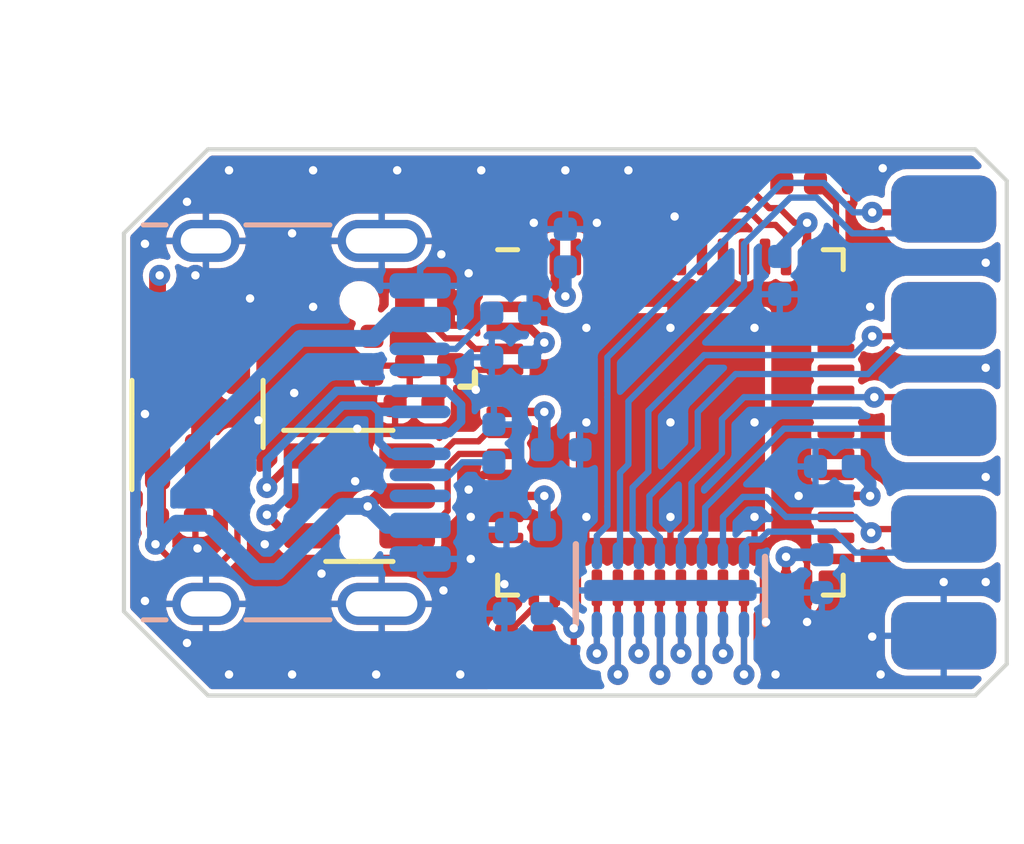
<source format=kicad_pcb>
(kicad_pcb (version 20211014) (generator pcbnew)
  (layers (0 "F.Cu" signal) (1 "In1.Cu" signal) (2 "In2.Cu" signal) (31 "B.Cu" signal) (34 "B.Paste" user) (35 "F.Paste" user) (36 "B.SilkS" user "B.Silkscreen") (37 "F.SilkS" user "F.Silkscreen") (38 "B.Mask" user) (39 "F.Mask" user) (44 "Edge.Cuts" user))
  (net 0 "")
  (net 1 "/XIN")
  (net 2 "GND")
  (net 3 "/XOUT")
  (net 4 "/RST")
  (net 5 "+3V3")
  (net 6 "+5V")
  (net 7 "/D_P")
  (net 9 "/D_N")
  (net 11 "/PB3_OUT")
  (net 12 "/PB7_OUT")
  (net 13 "/PB5_OUT")
  (net 14 "/PB4_OUT")
  (net 16 "/PB0_OUT")
  (net 17 "/PB6_OUT")
  (net 18 "/PB2_OUT")
  (net 19 "/PB1_OUT")
  (net 20 "/WAKEUP")
  (net 21 "/SCL")
  (net 22 "/SDA")
  (net 26 "/PB0")
  (net 27 "/PB1")
  (net 28 "/PB2")
  (net 29 "/PB3")
  (net 30 "/PB4")
  (net 31 "/PB5")
  (net 32 "/PB6")
  (net 33 "/PB7")
  (net 55 "/CC1")
  (net 56 "/CC2")
  (net 57 "/DP_P")
  (net 58 "/DP_N")
  (footprint "Package_TO_SOT_SMD:SOT-23-6" (layer "F.Cu") (at 117.6 118.25)
    (fp_text reference "U4" hide)
    (fp_text value "USBLC6-2SC6")
  )
  (footprint "passive:R_0402" (layer "F.Cu") (at 125.5 110.8)
    (fp_text reference "R1" hide)
    (fp_text value "5.1k")
  )
  (footprint "connectors:2x5_2.54mm_side" (layer "F.Cu") (at 131.5 116.5 -90)
    (fp_text reference "J2" hide)
    (fp_text value "Conn_02x05_Counter_Clockwise")
  )
  (footprint "passive:C_0402" (layer "F.Cu") (at 113.25 118.8)
    (fp_text reference "C8" hide)
    (fp_text value "4.7u")
  )
  (footprint "Package_TO_SOT_SMD:SOT-23-5" (layer "F.Cu") (at 113.75 116.3 90)
    (fp_text reference "U3" hide)
    (fp_text value "MIC5504-3.3YM5")
  )
  (footprint "passive:C_0402" (layer "F.Cu") (at 113.25 113.8)
    (fp_text reference "C13" hide)
    (fp_text value "4.7u")
  )
  (footprint "passive:R_0402" (layer "F.Cu") (at 122 122 -90)
    (fp_text reference "R3" hide)
    (fp_text value "5.1k")
  )
  (footprint "passive:C_0402" (layer "F.Cu") (at 117.9 114.9 90)
    (fp_text reference "C1" hide)
    (fp_text value "~")
  )
  (footprint "passive:C_0402" (layer "F.Cu") (at 118.9 116.1)
    (fp_text reference "C2" hide)
    (fp_text value "~")
  )
  (footprint "passive:R_0402" (layer "F.Cu") (at 121.1 122 -90)
    (fp_text reference "R2" hide)
    (fp_text value "5.1k")
  )
  (footprint "crystals:Crystal_4Pin_2.0x1.6mm" (layer "F.Cu") (at 119.3 114.4 90)
    (fp_text reference "Y1" hide)
    (fp_text value "24 MHz")
  )
  (footprint "Package_DFN_QFN:QFN-56-1EP_8x8mm_P0.5mm_EP4.5x5.2mm" (layer "F.Cu") (at 125 116.5)
    (fp_text reference "U1" hide)
    (fp_text value "CY7C68013A-56LTX")
  )
  (footprint "passive:C_0402" (layer "F.Cu") (at 128.9 110.8)
    (fp_text reference "C3" hide)
    (fp_text value "0.1u")
  )
  (footprint "passive:R_0402" (layer "F.Cu") (at 127.2 110.8 180)
    (fp_text reference "R4" hide)
    (fp_text value "5.1k")
  )
  (footprint "dfn:DFN-16-1EP_1.6x4mm_P0.5mm" (layer "B.Cu") (at 125 120.5 -90)
    (fp_text reference "U2" hide)
    (fp_text value "NUF8401MNT4G")
  )
  (footprint "passive:C_0402" (layer "B.Cu") (at 128.6 120.1 -90)
    (fp_text reference "C10" hide)
    (fp_text value "0.1u")
  )
  (footprint "passive:C_0402" (layer "B.Cu") (at 121.55 119.05 180)
    (fp_text reference "C7" hide)
    (fp_text value "0.1u")
  )
  (footprint "passive:C_0402" (layer "B.Cu") (at 122.5 112.35 90)
    (fp_text reference "C11" hide)
    (fp_text value "0.1u")
  )
  (footprint "connectors:USB_C_Receptacle_USB4105" (layer "B.Cu") (at 115 116.5 90)
    (fp_text reference "J1" hide)
    (fp_text value "USB_C_Receptacle_USB2.0")
  )
  (footprint "passive:C_0402" (layer "B.Cu") (at 121.5 121.05 180)
    (fp_text reference "C4" hide)
    (fp_text value "0.1u")
  )
  (footprint "passive:C_0402" (layer "B.Cu") (at 127.6 113 -90)
    (fp_text reference "C6" hide)
    (fp_text value "0.1u")
  )
  (footprint "passive:R_0402" (layer "B.Cu") (at 121.2 113.9)
    (fp_text reference "R6" hide)
    (fp_text value "5.1k")
  )
  (footprint "passive:R_0402" (layer "B.Cu") (at 120.8 117 90)
    (fp_text reference "R5" hide)
    (fp_text value "5.1k")
  )
  (footprint "passive:C_0402" (layer "B.Cu") (at 122.4 117.15)
    (fp_text reference "C9" hide)
    (fp_text value "0.1u")
  )
  (footprint "passive:C_0402" (layer "B.Cu") (at 121.2 114.95 180)
    (fp_text reference "C5" hide)
    (fp_text value "0.1u")
  )
  (footprint "passive:C_0402" (layer "B.Cu") (at 128.9 117.55 180)
    (fp_text reference "C12" hide)
    (fp_text value "0.1u")
  )
  (gr_line (start 114 123) (end 132.25 123) (layer "Edge.Cuts") (width 0.1))
  (gr_line (start 133 110.75) (end 132.25 110) (layer "Edge.Cuts") (width 0.1))
  (gr_line (start 112 112) (end 114 110) (layer "Edge.Cuts") (width 0.1))
  (gr_line (start 132.25 110) (end 114 110) (layer "Edge.Cuts") (width 0.1))
  (gr_line (start 133 122.25) (end 132.25 123) (layer "Edge.Cuts") (width 0.1))
  (gr_line (start 112 121) (end 114 123) (layer "Edge.Cuts") (width 0.1))
  (gr_line (start 112 112) (end 112 121) (layer "Edge.Cuts") (width 0.1))
  (gr_line (start 133 122.25) (end 133 110.75) (layer "Edge.Cuts") (width 0.1))
  (segment (start 121.0625 114.75) (end 120.35 114.75) (width 0.15) (layer "F.Cu") (net 1))
  (segment (start 118.8 113.65) (end 118.7 113.65) (width 0.15) (layer "F.Cu") (net 1))
  (segment (start 120.1 114.5) (end 119.65 114.5) (width 0.15) (layer "F.Cu") (net 1))
  (segment (start 120.35 114.75) (end 120.1 114.5) (width 0.15) (layer "F.Cu") (net 1))
  (segment (start 119.65 114.5) (end 118.8 113.65) (width 0.15) (layer "F.Cu") (net 1))
  (segment (start 118.7 113.65) (end 117.9 114.45) (width 0.15) (layer "F.Cu") (net 1))
  (segment (start 123 118.75) (end 122.55 118.75) (width 0.15) (layer "F.Cu") (net 2))
  (segment (start 113.7 118.8) (end 113.75 118.75) (width 0.15) (layer "F.Cu") (net 2))
  (segment (start 114.3 119.2) (end 114 119.5) (width 0.15) (layer "F.Cu") (net 2))
  (segment (start 127 118.75) (end 127 119.4) (width 0.15) (layer "F.Cu") (net 2))
  (segment (start 121.75 112.5625) (end 121.75 111.75) (width 0.2) (layer "F.Cu") (net 2))
  (segment (start 117.25 118.25) (end 117.5 118) (width 0.3) (layer "F.Cu") (net 2))
  (segment (start 116.4625 118.25) (end 117.25 118.25) (width 0.3) (layer "F.Cu") (net 2))
  (segment (start 114.15 118.3) (end 114.3 118.45) (width 0.15) (layer "F.Cu") (net 2))
  (segment (start 121.0625 117.75) (end 120.55 117.75) (width 0.2) (layer "F.Cu") (net 2))
  (segment (start 114.3 118.45) (end 114.3 119.2) (width 0.15) (layer "F.Cu") (net 2))
  (segment (start 123.25 112.5625) (end 123.25 111.75) (width 0.2) (layer "F.Cu") (net 2))
  (segment (start 120.369999 115.7245) (end 120.395499 115.75) (width 0.15) (layer "F.Cu") (net 2))
  (segment (start 121.0625 119.75) (end 120.25 119.75) (width 0.2) (layer "F.Cu") (net 2))
  (segment (start 128.25 120.4375) (end 128.25 121.25) (width 0.2) (layer "F.Cu") (net 2))
  (segment (start 113.75 118.3) (end 113.75 118.15) (width 0.15) (layer "F.Cu") (net 2))
  (segment (start 123 118.75) (end 123 119.35) (width 0.15) (layer "F.Cu") (net 2))
  (segment (start 113.75 118.75) (end 113.75 118.3) (width 0.15) (layer "F.Cu") (net 2))
  (segment (start 113.75 118.3) (end 114.15 118.3) (width 0.15) (layer "F.Cu") (net 2))
  (segment (start 127.25 121.2255) (end 127.2745 121.25) (width 0.2) (layer "F.Cu") (net 2))
  (segment (start 118.45 116.1) (end 118.8 115.75) (width 0.15) (layer "F.Cu") (net 2))
  (segment (start 114 119.5) (end 113.75 119.5) (width 0.15) (layer "F.Cu") (net 2))
  (segment (start 117.9 115.35) (end 118.1 115.15) (width 0.15) (layer "F.Cu") (net 2))
  (segment (start 120.55 117.75) (end 120.2 118.1) (width 0.2) (layer "F.Cu") (net 2))
  (segment (start 118.1 115.15) (end 118.8 115.15) (width 0.15) (layer "F.Cu") (net 2))
  (segment (start 113.75 117.4375) (end 113.75 116.3) (width 0.3) (layer "F.Cu") (net 2))
  (segment (start 127 114.25) (end 127 113.65) (width 0.15) (layer "F.Cu") (net 2))
  (segment (start 123 114.25) (end 122.5 114.25) (width 0.15) (layer "F.Cu") (net 2))
  (segment (start 127 118.75) (end 127.55 118.75) (width 0.15) (layer "F.Cu") (net 2))
  (segment (start 117.5 118) (end 117.5 117.9) (width 0.3) (layer "F.Cu") (net 2))
  (segment (start 118.8 115.75) (end 118.8 115.15) (width 0.15) (layer "F.Cu") (net 2))
  (segment (start 127.25 120.4375) (end 127.25 121.2255) (width 0.2) (layer "F.Cu") (net 2))
  (segment (start 128.9375 113.75) (end 129.75 113.75) (width 0.2) (layer "F.Cu") (net 2))
  (segment (start 121.0625 118.75) (end 120.25 118.75) (width 0.2) (layer "F.Cu") (net 2))
  (segment (start 113.75 117.4375) (end 113.75 118.15) (width 0.3) (layer "F.Cu") (net 2))
  (segment (start 123 114.25) (end 123 113.6) (width 0.15) (layer "F.Cu") (net 2))
  (segment (start 127 114.25) (end 127.45 114.25) (width 0.15) (layer "F.Cu") (net 2))
  (segment (start 120.395499 115.75) (end 121.0625 115.75) (width 0.15) (layer "F.Cu") (net 2))
  (segment (start 113.75 116.3) (end 112.5 116.3) (width 0.3) (layer "F.Cu") (net 2))
  (via (at 116.5 113.75) (size 0.5) (drill 0.2) (layers "F.Cu" "B.Cu") (net 2))
  (via (at 112.5 120.75) (size 0.5) (drill 0.2) (layers "F.Cu" "B.Cu") (net 2))
  (via (at 130.05 110.45) (size 0.5) (drill 0.2) (layers "F.Cu" "B.Cu") (net 2))
  (via (at 115 113.55) (size 0.5) (drill 0.2) (layers "F.Cu" "B.Cu") (net 2))
  (via (at 119.55 112.5) (size 0.5) (drill 0.2) (layers "F.Cu" "B.Cu") (net 2))
  (via (at 125 118.75) (size 0.5) (drill 0.2) (layers "F.Cu" "B.Cu") (net 2))
  (via (at 123 118.75) (size 0.5) (drill 0.2) (layers "F.Cu" "B.Cu") (net 2))
  (via (at 132.5 120.3) (size 0.5) (drill 0.2) (layers "F.Cu" "B.Cu") (net 2))
  (via (at 121.05 120.35) (size 0.5) (drill 0.2) (layers "F.Cu" "B.Cu") (net 2))
  (via (at 125 116.5) (size 0.5) (drill 0.2) (layers "F.Cu" "B.Cu") (net 2))
  (via (at 116.05 115.8) (size 0.5) (drill 0.2) (layers "F.Cu" "B.Cu") (net 2))
  (via (at 112.5 116.3) (size 0.5) (drill 0.2) (layers "F.Cu" "B.Cu") (net 2))
  (via (at 120.25 118.75) (size 0.5) (drill 0.2) (layers "F.Cu" "B.Cu") (net 2))
  (via (at 131.5 120.3) (size 0.5) (drill 0.2) (layers "F.Cu" "B.Cu") (net 2))
  (via (at 125.1 111.6) (size 0.5) (drill 0.2) (layers "F.Cu" "B.Cu") (net 2))
  (via (at 128.25 121.25) (size 0.5) (drill 0.2) (layers "F.Cu" "B.Cu") (net 2))
  (via (at 123 114.25) (size 0.5) (drill 0.2) (layers "F.Cu" "B.Cu") (net 2))
  (via (at 113.5 111.25) (size 0.5) (drill 0.2) (layers "F.Cu" "B.Cu") (net 2))
  (via (at 129.8 121.6) (size 0.5) (drill 0.2) (layers "F.Cu" "B.Cu") (net 2))
  (via (at 116 112) (size 0.5) (drill 0.2) (layers "F.Cu" "B.Cu") (net 2))
  (via (at 125 114.25) (size 0.5) (drill 0.2) (layers "F.Cu" "B.Cu") (net 2))
  (via (at 127 114.25) (size 0.5) (drill 0.2) (layers "F.Cu" "B.Cu") (net 2))
  (via (at 123 116.5) (size 0.5) (drill 0.2) (layers "F.Cu" "B.Cu") (net 2))
  (via (at 120.369999 115.7245) (size 0.5) (drill 0.2) (layers "F.Cu" "B.Cu") (net 2))
  (via (at 113.75 119.5) (size 0.5) (drill 0.2) (layers "F.Cu" "B.Cu") (net 2))
  (via (at 112.5 112.25) (size 0.5) (drill 0.2) (layers "F.Cu" "B.Cu") (net 2))
  (via (at 127.5 122.5) (size 0.5) (drill 0.2) (layers "F.Cu" "B.Cu") (net 2))
  (via (at 116 122.5) (size 0.5) (drill 0.2) (layers "F.Cu" "B.Cu") (net 2))
  (via (at 120.5 110.5) (size 0.5) (drill 0.2) (layers "F.Cu" "B.Cu") (net 2))
  (via (at 132.5 112.7) (size 0.5) (drill 0.2) (layers "F.Cu" "B.Cu") (net 2))
  (via (at 127.2745 121.25) (size 0.5) (drill 0.2) (layers "F.Cu" "B.Cu") (net 2))
  (via (at 117.5 117.9) (size 0.5) (drill 0.2) (layers "F.Cu" "B.Cu") (net 2))
  (via (at 113.5 121.75) (size 0.5) (drill 0.2) (layers "F.Cu" "B.Cu") (net 2))
  (via (at 118.5 110.5) (size 0.5) (drill 0.2) (layers "F.Cu" "B.Cu") (net 2))
  (via (at 128.05 118.25) (size 0.5) (drill 0.2) (layers "F.Cu" "B.Cu") (net 2))
  (via (at 115.35 119.4) (size 0.5) (drill 0.2) (layers "F.Cu" "B.Cu") (net 2))
  (via (at 122.5 110.5) (size 0.5) (drill 0.2) (layers "F.Cu" "B.Cu") (net 2))
  (via (at 132.5 115.2) (size 0.5) (drill 0.2) (layers "F.Cu" "B.Cu") (net 2))
  (via (at 127 116.5) (size 0.5) (drill 0.2) (layers "F.Cu" "B.Cu") (net 2))
  (via (at 118 122.5) (size 0.5) (drill 0.2) (layers "F.Cu" "B.Cu") (net 2))
  (via (at 119.6 120.5) (size 0.5) (drill 0.2) (layers "F.Cu" "B.Cu") (net 2))
  (via (at 123.25 111.75) (size 0.5) (drill 0.2) (layers "F.Cu" "B.Cu") (net 2))
  (via (at 129.75 113.75) (size 0.5) (drill 0.2) (layers "F.Cu" "B.Cu") (net 2))
  (via (at 132.5 117.8) (size 0.5) (drill 0.2) (layers "F.Cu" "B.Cu") (net 2))
  (via (at 124 110.5) (size 0.5) (drill 0.2) (layers "F.Cu" "B.Cu") (net 2))
  (via (at 115.2 116.45) (size 0.5) (drill 0.2) (layers "F.Cu" "B.Cu") (net 2))
  (via (at 116.7 120.1) (size 0.5) (drill 0.2) (layers "F.Cu" "B.Cu") (net 2))
  (via (at 113.7 113) (size 0.5) (drill 0.2) (layers "F.Cu" "B.Cu") (net 2))
  (via (at 127 118.75) (size 0.5) (drill 0.2) (layers "F.Cu" "B.Cu") (net 2))
  (via (at 120 122.5) (size 0.5) (drill 0.2) (layers "F.Cu" "B.Cu") (net 2))
  (via (at 120.2 112.95) (size 0.5) (drill 0.2) (layers "F.Cu" "B.Cu") (net 2))
  (via (at 130 122.5) (size 0.5) (drill 0.2) (layers "F.Cu" "B.Cu") (net 2))
  (via (at 114.5 122.5) (size 0.5) (drill 0.2) (layers "F.Cu" "B.Cu") (net 2))
  (via (at 120.2 118.1) (size 0.5) (drill 0.2) (layers "F.Cu" "B.Cu") (net 2))
  (via (at 114.5 110.5) (size 0.5) (drill 0.2) (layers "F.Cu" "B.Cu") (net 2))
  (via (at 117.55 116.65) (size 0.5) (drill 0.2) (layers "F.Cu" "B.Cu") (net 2))
  (via (at 116.5 110.5) (size 0.5) (drill 0.2) (layers "F.Cu" "B.Cu") (net 2))
  (via (at 121.75 111.75) (size 0.5) (drill 0.2) (layers "F.Cu" "B.Cu") (net 2))
  (via (at 120.25 119.75) (size 0.5) (drill 0.2) (layers "F.Cu" "B.Cu") (net 2))
  (segment (start 119.4 120.5) (end 119.6 120.5) (width 0.15) (layer "B.Cu") (net 2))
  (segment (start 119.045 112.855) (end 119.4 112.5) (width 0.15) (layer "B.Cu") (net 2))
  (segment (start 119.4 112.5) (end 119.55 112.5) (width 0.15) (layer "B.Cu") (net 2))
  (segment (start 119.045 120.145) (end 119.4 120.5) (width 0.15) (layer "B.Cu") (net 2))
  (segment (start 119.045 113.25) (end 119.045 112.855) (width 0.15) (layer "B.Cu") (net 2))
  (segment (start 119.045 119.75) (end 119.045 120.145) (width 0.15) (layer "B.Cu") (net 2))
  (segment (start 119.6 115.35) (end 119.6 115.85) (width 0.15) (layer "F.Cu") (net 3))
  (segment (start 119.9 115.25) (end 119.8 115.15) (width 0.15) (layer "F.Cu") (net 3))
  (segment (start 119.6 115.85) (end 119.35 116.1) (width 0.15) (layer "F.Cu") (net 3))
  (segment (start 121.0625 115.25) (end 119.9 115.25) (width 0.15) (layer "F.Cu") (net 3))
  (segment (start 119.8 115.15) (end 119.6 115.35) (width 0.15) (layer "F.Cu") (net 3))
  (segment (start 128.9375 113.25) (end 128.9375 111.2875) (width 0.15) (layer "F.Cu") (net 4))
  (segment (start 128.9375 111.2875) (end 128.45 110.8) (width 0.15) (layer "F.Cu") (net 4))
  (segment (start 127.65 110.8) (end 128.45 110.8) (width 0.15) (layer "F.Cu") (net 4))
  (segment (start 122.7 122.1) (end 122.7 121.4) (width 0.15) (layer "F.Cu") (net 5))
  (segment (start 122.25 113.25) (end 122.5 113.5) (width 0.2) (layer "F.Cu") (net 5))
  (segment (start 127.75 120.4375) (end 127.75 119.7) (width 0.2) (layer "F.Cu") (net 5))
  (segment (start 122.35 122.45) (end 122.7 122.1) (width 0.15) (layer "F.Cu") (net 5))
  (segment (start 122.75 121.35) (end 122.7 121.4) (width 0.15) (layer "F.Cu") (net 5))
  (segment (start 121.1 122.45) (end 122.35 122.45) (width 0.15) (layer "F.Cu") (net 5))
  (segment (start 128.9375 118.25) (end 129.75 118.25) (width 0.2) (layer "F.Cu") (net 5))
  (segment (start 112.8 113.05) (end 112.85 113) (width 0.4) (layer "F.Cu") (net 5))
  (segment (start 128.25 111.75) (end 127.95 111.75) (width 0.15) (layer "F.Cu") (net 5))
  (segment (start 112.8 113.8) (end 112.8 113.05) (width 0.4) (layer "F.Cu") (net 5))
  (segment (start 121.0625 116.25) (end 122 116.25) (width 0.2) (layer "F.Cu") (net 5))
  (segment (start 112.8 115.1625) (end 112.8 113.8) (width 0.4) (layer "F.Cu") (net 5))
  (segment (start 127.6 111.4) (end 127.35 111.4) (width 0.15) (layer "F.Cu") (net 5))
  (segment (start 127.95 111.75) (end 127.6 111.4) (width 0.15) (layer "F.Cu") (net 5))
  (segment (start 128.25 112.5625) (end 128.25 111.75) (width 0.2) (layer "F.Cu") (net 5))
  (segment (start 126.75 110.8) (end 125.95 110.8) (width 0.15) (layer "F.Cu") (net 5))
  (segment (start 122.25 112.5625) (end 122.25 113.25) (width 0.2) (layer "F.Cu") (net 5))
  (segment (start 121.65 114.25) (end 122 114.6) (width 0.2) (layer "F.Cu") (net 5))
  (segment (start 121.0625 118.25) (end 122 118.25) (width 0.2) (layer "F.Cu") (net 5))
  (segment (start 121.0625 114.25) (end 121.65 114.25) (width 0.2) (layer "F.Cu") (net 5))
  (segment (start 127.35 111.4) (end 126.75 110.8) (width 0.15) (layer "F.Cu") (net 5))
  (segment (start 122.75 120.4375) (end 122.75 121.35) (width 0.15) (layer "F.Cu") (net 5))
  (via (at 122 118.25) (size 0.5) (drill 0.2) (layers "F.Cu" "B.Cu") (net 5))
  (via (at 122.7 121.4) (size 0.5) (drill 0.2) (layers "F.Cu" "B.Cu") (net 5))
  (via (at 122 114.6) (size 0.5) (drill 0.2) (layers "F.Cu" "B.Cu") (net 5))
  (via (at 112.85 113) (size 0.5) (drill 0.2) (layers "F.Cu" "B.Cu") (net 5))
  (via (at 128.25 111.75) (size 0.5) (drill 0.2) (layers "F.Cu" "B.Cu") (net 5))
  (via (at 129.75 118.25) (size 0.5) (drill 0.2) (layers "F.Cu" "B.Cu") (net 5))
  (via (at 127.75 119.7) (size 0.5) (drill 0.2) (layers "F.Cu" "B.Cu") (net 5))
  (via (at 122 116.25) (size 0.5) (drill 0.2) (layers "F.Cu" "B.Cu") (net 5))
  (via (at 122.5 113.5) (size 0.5) (drill 0.2) (layers "F.Cu" "B.Cu") (net 5))
  (segment (start 121.95 121.05) (end 122.35 121.05) (width 0.3) (layer "B.Cu") (net 5))
  (segment (start 127.75 119.7) (end 127.8 119.65) (width 0.3) (layer "B.Cu") (net 5))
  (segment (start 127.6 112.4) (end 128.25 111.75) (width 0.3) (layer "B.Cu") (net 5))
  (segment (start 122 119.05) (end 122 118.25) (width 0.3) (layer "B.Cu") (net 5))
  (segment (start 127.8 119.65) (end 128.6 119.65) (width 0.3) (layer "B.Cu") (net 5))
  (segment (start 129.75 117.95) (end 129.35 117.55) (width 0.3) (layer "B.Cu") (net 5))
  (segment (start 122 114.6) (end 121.65 114.95) (width 0.3) (layer "B.Cu") (net 5))
  (segment (start 127.6 112.55) (end 127.6 112.4) (width 0.3) (layer "B.Cu") (net 5))
  (segment (start 129.75 118.25) (end 129.75 117.95) (width 0.3) (layer "B.Cu") (net 5))
  (segment (start 122 117.15) (end 122 116.25) (width 0.3) (layer "B.Cu") (net 5))
  (segment (start 122.35 121.05) (end 122.7 121.4) (width 0.3) (layer "B.Cu") (net 5))
  (segment (start 122.5 113.5) (end 122.5 112.8) (width 0.3) (layer "B.Cu") (net 5))
  (segment (start 114.15 120) (end 113.35 120) (width 0.15) (layer "F.Cu") (net 6))
  (segment (start 118.05 118.25) (end 117.8 118.5) (width 0.3) (layer "F.Cu") (net 6))
  (segment (start 113.35 120) (end 112.75 119.4) (width 0.15) (layer "F.Cu") (net 6))
  (segment (start 114.7 117.4375) (end 114.7 119.45) (width 0.15) (layer "F.Cu") (net 6))
  (segment (start 112.75 119.4) (end 112.8 119.35) (width 0.4) (layer "F.Cu") (net 6))
  (segment (start 112.8 119.35) (end 112.8 117.4375) (width 0.4) (layer "F.Cu") (net 6))
  (segment (start 114.7 119.45) (end 114.15 120) (width 0.15) (layer "F.Cu") (net 6))
  (segment (start 118.7375 118.25) (end 118.05 118.25) (width 0.3) (layer "F.Cu") (net 6))
  (via (at 112.75 119.4) (size 0.5) (drill 0.2) (layers "F.Cu" "B.Cu") (net 6))
  (via (at 117.8 118.5) (size 0.5) (drill 0.2) (layers "F.Cu" "B.Cu") (net 6))
  (segment (start 117.2 118.5) (end 115.65 120.05) (width 0.4) (layer "B.Cu") (net 6))
  (segment (start 112.75 119.4) (end 112.75 117.95) (width 0.4) (layer "B.Cu") (net 6))
  (segment (start 115.148529 120.05) (end 113.998529 118.9) (width 0.4) (layer "B.Cu") (net 6))
  (segment (start 112.75 117.95) (end 116.2 114.5) (width 0.4) (layer "B.Cu") (net 6))
  (segment (start 117.942183 114.5) (end 118.392183 114.05) (width 0.4) (layer "B.Cu") (net 6))
  (segment (start 118.256018 118.95) (end 117.806018 118.5) (width 0.4) (layer "B.Cu") (net 6))
  (segment (start 117.8 118.5) (end 117.2 118.5) (width 0.4) (layer "B.Cu") (net 6))
  (segment (start 115.65 120.05) (end 115.148529 120.05) (width 0.4) (layer "B.Cu") (net 6))
  (segment (start 116.2 114.5) (end 117.942183 114.5) (width 0.4) (layer "B.Cu") (net 6))
  (segment (start 118.392183 114.05) (end 119.045 114.05) (width 0.4) (layer "B.Cu") (net 6))
  (segment (start 117.806018 118.5) (end 117.8 118.5) (width 0.4) (layer "B.Cu") (net 6))
  (segment (start 113.25 118.9) (end 112.75 119.4) (width 0.4) (layer "B.Cu") (net 6))
  (segment (start 113.998529 118.9) (end 113.25 118.9) (width 0.4) (layer "B.Cu") (net 6))
  (segment (start 119.045 118.95) (end 118.256018 118.95) (width 0.4) (layer "B.Cu") (net 6))
  (segment (start 116.1495 117.3) (end 116.4625 117.3) (width 0.2) (layer "F.Cu") (net 7))
  (segment (start 115.3995 118.05) (end 116.1495 117.3) (width 0.2) (layer "F.Cu") (net 7))
  (via (at 115.3995 118.05) (size 0.5) (drill 0.2) (layers "F.Cu" "B.Cu") (net 7))
  (segment (start 120.02 116.081608) (end 119.688392 115.75) (width 0.2) (layer "B.Cu") (net 7))
  (segment (start 117.055026 115.75) (end 119.045 115.75) (width 0.2) (layer "B.Cu") (net 7))
  (segment (start 120.02 116.48) (end 120.02 116.081608) (width 0.2) (layer "B.Cu") (net 7))
  (segment (start 115.3995 118.05) (end 115.3995 117.405526) (width 0.2) (layer "B.Cu") (net 7))
  (segment (start 119.75 116.75) (end 120.02 116.48) (width 0.2) (layer "B.Cu") (net 7))
  (segment (start 115.3995 117.405526) (end 117.055026 115.75) (width 0.2) (layer "B.Cu") (net 7))
  (segment (start 119.688392 115.75) (end 119.045 115.75) (width 0.2) (layer "B.Cu") (net 7))
  (segment (start 119.045 116.75) (end 119.75 116.75) (width 0.2) (layer "B.Cu") (net 7))
  (segment (start 115.40009 118.699502) (end 115.900588 119.2) (width 0.2) (layer "F.Cu") (net 9))
  (segment (start 115.900588 119.2) (end 116.4625 119.2) (width 0.2) (layer "F.Cu") (net 9))
  (via (at 115.40009 118.699502) (size 0.5) (drill 0.2) (layers "F.Cu" "B.Cu") (net 9))
  (segment (start 118.07 116.25) (end 118.07 116.97) (width 0.2) (layer "B.Cu") (net 9))
  (segment (start 115.9 118.256607) (end 115.9 117.4) (width 0.2) (layer "B.Cu") (net 9))
  (segment (start 118.35 117.25) (end 119.045 117.25) (width 0.2) (layer "B.Cu") (net 9))
  (segment (start 118.07 116.97) (end 118.35 117.25) (width 0.2) (layer "B.Cu") (net 9))
  (segment (start 119.045 116.25) (end 118.07 116.25) (width 0.2) (layer "B.Cu") (net 9))
  (segment (start 117.2 116.1) (end 117.92 116.1) (width 0.2) (layer "B.Cu") (net 9))
  (segment (start 115.549592 118.55) (end 115.606607 118.55) (width 0.2) (layer "B.Cu") (net 9))
  (segment (start 117.92 116.1) (end 118.07 116.25) (width 0.2) (layer "B.Cu") (net 9))
  (segment (start 115.9 117.4) (end 117.2 116.1) (width 0.2) (layer "B.Cu") (net 9))
  (segment (start 115.606607 118.55) (end 115.9 118.256607) (width 0.2) (layer "B.Cu") (net 9))
  (segment (start 115.40009 118.699502) (end 115.549592 118.55) (width 0.2) (layer "B.Cu") (net 9))
  (segment (start 124.75 119.675) (end 124.75 119.25) (width 0.15) (layer "B.Cu") (net 11))
  (segment (start 131.09 113.96) (end 131.5 113.96) (width 0.15) (layer "B.Cu") (net 11))
  (segment (start 125.65 117.1) (end 125.65 116.25) (width 0.15) (layer "B.Cu") (net 11))
  (segment (start 124.5 118.25) (end 125.65 117.1) (width 0.15) (layer "B.Cu") (net 11))
  (segment (start 126.55 115.35) (end 129.7 115.35) (width 0.15) (layer "B.Cu") (net 11))
  (segment (start 124.75 119.25) (end 124.5 119) (width 0.15) (layer "B.Cu") (net 11))
  (segment (start 124.5 119) (end 124.5 118.25) (width 0.15) (layer "B.Cu") (net 11))
  (segment (start 125.65 116.25) (end 126.55 115.35) (width 0.15) (layer "B.Cu") (net 11))
  (segment (start 129.7 115.35) (end 131.09 113.96) (width 0.15) (layer "B.Cu") (net 11))
  (segment (start 126.75 119.4) (end 126.8625 119.2875) (width 0.15) (layer "B.Cu") (net 12))
  (segment (start 127.1375 119.2875) (end 127.325 119.1) (width 0.15) (layer "B.Cu") (net 12))
  (segment (start 129.4 119.6) (end 130.94 119.6) (width 0.15) (layer "B.Cu") (net 12))
  (segment (start 126.75 119.675) (end 126.75 119.4) (width 0.15) (layer "B.Cu") (net 12))
  (segment (start 130.94 119.6) (end 131.5 119.04) (width 0.15) (layer "B.Cu") (net 12))
  (segment (start 126.8625 119.2875) (end 127.1375 119.2875) (width 0.15) (layer "B.Cu") (net 12))
  (segment (start 128.9 119.1) (end 129.4 119.6) (width 0.15) (layer "B.Cu") (net 12))
  (segment (start 127.325 119.1) (end 128.9 119.1) (width 0.15) (layer "B.Cu") (net 12))
  (segment (start 125.825 118.525) (end 127.7 116.65) (width 0.15) (layer "B.Cu") (net 13))
  (segment (start 131.35 116.65) (end 131.5 116.5) (width 0.15) (layer "B.Cu") (net 13))
  (segment (start 125.75 119.675) (end 125.75 119.25) (width 0.15) (layer "B.Cu") (net 13))
  (segment (start 127.7 116.65) (end 131.35 116.65) (width 0.15) (layer "B.Cu") (net 13))
  (segment (start 125.825 119.175) (end 125.825 118.525) (width 0.15) (layer "B.Cu") (net 13))
  (segment (start 125.75 119.25) (end 125.825 119.175) (width 0.15) (layer "B.Cu") (net 13))
  (segment (start 129.85 115.9) (end 130.9 115.9) (width 0.15) (layer "F.Cu") (net 14))
  (segment (start 130.9 115.9) (end 131.5 116.5) (width 0.15) (layer "F.Cu") (net 14))
  (via (at 129.85 115.9) (size 0.5) (drill 0.2) (layers "F.Cu" "B.Cu") (net 14))
  (segment (start 125.25 119.2) (end 125.25 119.675) (width 0.15) (layer "B.Cu") (net 14))
  (segment (start 125.5 118.95) (end 125.25 119.2) (width 0.15) (layer "B.Cu") (net 14))
  (segment (start 126.75 115.9) (end 126.225 116.425) (width 0.15) (layer "B.Cu") (net 14))
  (segment (start 126.225 117.225) (end 125.5 117.95) (width 0.15) (layer "B.Cu") (net 14))
  (segment (start 129.85 115.9) (end 126.75 115.9) (width 0.15) (layer "B.Cu") (net 14))
  (segment (start 125.5 117.95) (end 125.5 118.95) (width 0.15) (layer "B.Cu") (net 14))
  (segment (start 126.225 116.425) (end 126.225 117.225) (width 0.15) (layer "B.Cu") (net 14))
  (segment (start 129.8 111.5) (end 131.42 111.5) (width 0.15) (layer "F.Cu") (net 16))
  (segment (start 131.42 111.5) (end 131.5 111.42) (width 0.15) (layer "F.Cu") (net 16))
  (via (at 129.8 111.5) (size 0.5) (drill 0.2) (layers "F.Cu" "B.Cu") (net 16))
  (segment (start 124.7 113.75) (end 127.65 110.8) (width 0.15) (layer "B.Cu") (net 16))
  (segment (start 123.5 115.75) (end 123.5 114.95) (width 0.15) (layer "B.Cu") (net 16))
  (segment (start 129.35 111.5) (end 129.8 111.5) (width 0.15) (layer "B.Cu") (net 16))
  (segment (start 123.5 114.95) (end 124.7 113.75) (width 0.15) (layer "B.Cu") (net 16))
  (segment (start 129.25 111.4) (end 129.35 111.5) (width 0.15) (layer "B.Cu") (net 16))
  (segment (start 123.25 119.675) (end 123.25 119.2) (width 0.15) (layer "B.Cu") (net 16))
  (segment (start 123.5 118.95) (end 123.5 118.5) (width 0.15) (layer "B.Cu") (net 16))
  (segment (start 127.65 110.8) (end 128.3 110.8) (width 0.15) (layer "B.Cu") (net 16))
  (segment (start 123.25 119.2) (end 123.4 119.05) (width 0.15) (layer "B.Cu") (net 16))
  (segment (start 128.3 110.8) (end 128.65 110.8) (width 0.15) (layer "B.Cu") (net 16))
  (segment (start 123.5 118.5) (end 123.5 115.9) (width 0.15) (layer "B.Cu") (net 16))
  (segment (start 123.5 115.9) (end 123.5 115.75) (width 0.15) (layer "B.Cu") (net 16))
  (segment (start 128.65 110.8) (end 129.25 111.4) (width 0.15) (layer "B.Cu") (net 16))
  (segment (start 123.4 119.05) (end 123.5 118.95) (width 0.15) (layer "B.Cu") (net 16))
  (segment (start 129.86 119.04) (end 131.5 119.04) (width 0.15) (layer "F.Cu") (net 17))
  (segment (start 129.7745 119.1255) (end 129.86 119.04) (width 0.15) (layer "F.Cu") (net 17))
  (via (at 129.7745 119.1255) (size 0.5) (drill 0.2) (layers "F.Cu" "B.Cu") (net 17))
  (segment (start 129.399 118.75) (end 129.7745 119.1255) (width 0.15) (layer "B.Cu") (net 17))
  (segment (start 128.8 118.75) (end 129.399 118.75) (width 0.15) (layer "B.Cu") (net 17))
  (segment (start 127.275 118.275) (end 127.6 118.6) (width 0.15) (layer "B.Cu") (net 17))
  (segment (start 127.6 118.6) (end 127.75 118.75) (width 0.15) (layer "B.Cu") (net 17))
  (segment (start 126.25 119.675) (end 126.25 118.75) (width 0.15) (layer "B.Cu") (net 17))
  (segment (start 128 118.75) (end 128.8 118.75) (width 0.15) (layer "B.Cu") (net 17))
  (segment (start 126.25 118.75) (end 126.725 118.275) (width 0.15) (layer "B.Cu") (net 17))
  (segment (start 126.725 118.275) (end 127.275 118.275) (width 0.15) (layer "B.Cu") (net 17))
  (segment (start 127.75 118.75) (end 128 118.75) (width 0.15) (layer "B.Cu") (net 17))
  (segment (start 131.01 114.45) (end 131.5 113.96) (width 0.15) (layer "F.Cu") (net 18))
  (segment (start 129.8 114.45) (end 131.01 114.45) (width 0.15) (layer "F.Cu") (net 18))
  (via (at 129.8 114.45) (size 0.5) (drill 0.2) (layers "F.Cu" "B.Cu") (net 18))
  (segment (start 124.1 118.7) (end 124.1 118.05) (width 0.15) (layer "B.Cu") (net 18))
  (segment (start 124.25 119.25) (end 124.1 119.1) (width 0.15) (layer "B.Cu") (net 18))
  (segment (start 125.8 114.9) (end 126.5 114.9) (width 0.15) (layer "B.Cu") (net 18))
  (segment (start 124.1 119.1) (end 124.1 118.7) (width 0.15) (layer "B.Cu") (net 18))
  (segment (start 129.35 114.9) (end 129.8 114.45) (width 0.15) (layer "B.Cu") (net 18))
  (segment (start 124.75 115.95) (end 125.8 114.9) (width 0.15) (layer "B.Cu") (net 18))
  (segment (start 124.1 118.05) (end 124.475 117.675) (width 0.15) (layer "B.Cu") (net 18))
  (segment (start 124.475 116.225) (end 124.75 115.95) (width 0.15) (layer "B.Cu") (net 18))
  (segment (start 124.25 119.675) (end 124.25 119.25) (width 0.15) (layer "B.Cu") (net 18))
  (segment (start 126.5 114.9) (end 129.35 114.9) (width 0.15) (layer "B.Cu") (net 18))
  (segment (start 124.475 117.675) (end 124.475 116.225) (width 0.15) (layer "B.Cu") (net 18))
  (segment (start 126.75 112.25) (end 127.85 111.15) (width 0.15) (layer "B.Cu") (net 19))
  (segment (start 126.75 113.25) (end 126.75 112.25) (width 0.15) (layer "B.Cu") (net 19))
  (segment (start 124 117.5) (end 124 116) (width 0.15) (layer "B.Cu") (net 19))
  (segment (start 128.475 111.15) (end 129.325 112) (width 0.15) (layer "B.Cu") (net 19))
  (segment (start 123.75 119.675) (end 123.8 119.625) (width 0.15) (layer "B.Cu") (net 19))
  (segment (start 127.85 111.15) (end 128.475 111.15) (width 0.15) (layer "B.Cu") (net 19))
  (segment (start 130.92 112) (end 131.5 111.42) (width 0.15) (layer "B.Cu") (net 19))
  (segment (start 129.325 112) (end 130.92 112) (width 0.15) (layer "B.Cu") (net 19))
  (segment (start 124 116) (end 126.75 113.25) (width 0.15) (layer "B.Cu") (net 19))
  (segment (start 123.8 119.625) (end 123.8 117.7) (width 0.15) (layer "B.Cu") (net 19))
  (segment (start 123.8 117.7) (end 124 117.5) (width 0.15) (layer "B.Cu") (net 19))
  (segment (start 126.825 111.425) (end 127.2 111.8) (width 0.15) (layer "F.Cu") (net 20))
  (segment (start 127.75 112.05) (end 127.75 112.5625) (width 0.15) (layer "F.Cu") (net 20))
  (segment (start 127.2 111.8) (end 127.5 111.8) (width 0.15) (layer "F.Cu") (net 20))
  (segment (start 127.5 111.8) (end 127.75 112.05) (width 0.15) (layer "F.Cu") (net 20))
  (segment (start 125.05 110.8) (end 125.675 111.425) (width 0.15) (layer "F.Cu") (net 20))
  (segment (start 125.675 111.425) (end 126.825 111.425) (width 0.15) (layer "F.Cu") (net 20))
  (segment (start 121.75 120.9) (end 121.1 121.55) (width 0.15) (layer "F.Cu") (net 21))
  (segment (start 121.75 120.4375) (end 121.75 120.9) (width 0.15) (layer "F.Cu") (net 21))
  (segment (start 122.25 120.4375) (end 122.25 120.95) (width 0.15) (layer "F.Cu") (net 22))
  (segment (start 122.25 120.95) (end 122 121.2) (width 0.15) (layer "F.Cu") (net 22))
  (segment (start 122 121.2) (end 122 121.55) (width 0.15) (layer "F.Cu") (net 22))
  (segment (start 123.25 120.4375) (end 123.25 122) (width 0.15) (layer "F.Cu") (net 26))
  (via (at 123.25 122) (size 0.5) (drill 0.2) (layers "F.Cu" "B.Cu") (net 26))
  (segment (start 123.25 122) (end 123.25 121.325) (width 0.15) (layer "B.Cu") (net 26))
  (segment (start 123.75 120.4375) (end 123.75 122.5) (width 0.15) (layer "F.Cu") (net 27))
  (via (at 123.75 122.5) (size 0.5) (drill 0.2) (layers "F.Cu" "B.Cu") (net 27))
  (segment (start 123.75 122.5) (end 123.75 121.325) (width 0.15) (layer "B.Cu") (net 27))
  (segment (start 124.25 120.4375) (end 124.25 122) (width 0.15) (layer "F.Cu") (net 28))
  (via (at 124.25 122) (size 0.5) (drill 0.2) (layers "F.Cu" "B.Cu") (net 28))
  (segment (start 124.25 122) (end 124.25 121.325) (width 0.15) (layer "B.Cu") (net 28))
  (segment (start 124.75 120.4375) (end 124.75 122.5) (width 0.15) (layer "F.Cu") (net 29))
  (via (at 124.75 122.5) (size 0.5) (drill 0.2) (layers "F.Cu" "B.Cu") (net 29))
  (segment (start 124.75 122.5) (end 124.75 121.325) (width 0.15) (layer "B.Cu") (net 29))
  (segment (start 125.25 120.4375) (end 125.25 122) (width 0.15) (layer "F.Cu") (net 30))
  (via (at 125.25 122) (size 0.5) (drill 0.2) (layers "F.Cu" "B.Cu") (net 30))
  (segment (start 125.25 122) (end 125.25 121.325) (width 0.15) (layer "B.Cu") (net 30))
  (segment (start 125.75 120.4375) (end 125.75 122.5) (width 0.15) (layer "F.Cu") (net 31))
  (via (at 125.75 122.5) (size 0.5) (drill 0.2) (layers "F.Cu" "B.Cu") (net 31))
  (segment (start 125.75 122.5) (end 125.75 121.325) (width 0.15) (layer "B.Cu") (net 31))
  (segment (start 126.25 120.4375) (end 126.25 122) (width 0.15) (layer "F.Cu") (net 32))
  (via (at 126.25 122) (size 0.5) (drill 0.2) (layers "F.Cu" "B.Cu") (net 32))
  (segment (start 126.25 122) (end 126.25 121.325) (width 0.15) (layer "B.Cu") (net 32))
  (segment (start 126.75 120.4375) (end 126.75 122.5) (width 0.15) (layer "F.Cu") (net 33))
  (via (at 126.75 122.5) (size 0.5) (drill 0.2) (layers "F.Cu" "B.Cu") (net 33))
  (segment (start 126.75 122.5) (end 126.75 121.325) (width 0.15) (layer "B.Cu") (net 33))
  (segment (start 119.75 117.75) (end 120.05 117.45) (width 0.15) (layer "B.Cu") (net 55))
  (segment (start 120.05 117.45) (end 120.8 117.45) (width 0.15) (layer "B.Cu") (net 55))
  (segment (start 119.045 117.75) (end 119.75 117.75) (width 0.15) (layer "B.Cu") (net 55))
  (segment (start 119.9 114.75) (end 120.75 113.9) (width 0.15) (layer "B.Cu") (net 56))
  (segment (start 119.045 114.75) (end 119.9 114.75) (width 0.15) (layer "B.Cu") (net 56))
  (segment (start 120.434207 116.95) (end 119.85 116.95) (width 0.15) (layer "F.Cu") (net 57))
  (segment (start 121.0625 116.75) (end 120.634207 116.75) (width 0.15) (layer "F.Cu") (net 57))
  (segment (start 119.85 116.95) (end 119.5 117.3) (width 0.15) (layer "F.Cu") (net 57))
  (segment (start 119.5 117.3) (end 118.7375 117.3) (width 0.15) (layer "F.Cu") (net 57))
  (segment (start 120.634207 116.75) (end 120.434207 116.95) (width 0.15) (layer "F.Cu") (net 57))
  (segment (start 119.7 117.524264) (end 119.7 118.6) (width 0.15) (layer "F.Cu") (net 58))
  (segment (start 119.1 119.2) (end 118.7375 119.2) (width 0.15) (layer "F.Cu") (net 58))
  (segment (start 119.7 118.6) (end 119.1 119.2) (width 0.15) (layer "F.Cu") (net 58))
  (segment (start 119.974264 117.25) (end 119.7 117.524264) (width 0.15) (layer "F.Cu") (net 58))
  (segment (start 121.0625 117.25) (end 119.974264 117.25) (width 0.15) (layer "F.Cu") (net 58))
  (zone (net 2) (net_name "GND") (layers "F.Cu" "In1.Cu" "In2.Cu" "B.Cu") (connect_pads (clearance 0.15)) (min_thickness 0.15) (fill yes (thermal_gap 0.15) (thermal_bridge_width 0.15))
    (polygon (pts (xy 133 123) (xy 112 123) (xy 112 110) (xy 133 110)))
  )
)
</source>
